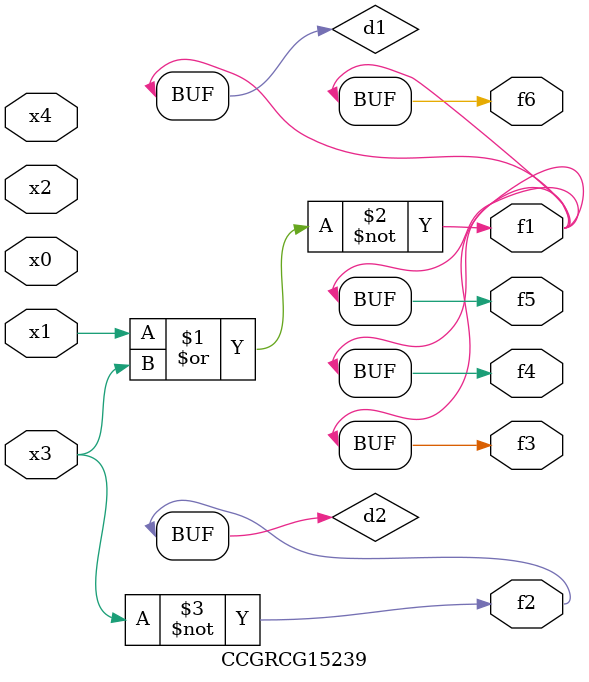
<source format=v>
module CCGRCG15239(
	input x0, x1, x2, x3, x4,
	output f1, f2, f3, f4, f5, f6
);

	wire d1, d2;

	nor (d1, x1, x3);
	not (d2, x3);
	assign f1 = d1;
	assign f2 = d2;
	assign f3 = d1;
	assign f4 = d1;
	assign f5 = d1;
	assign f6 = d1;
endmodule

</source>
